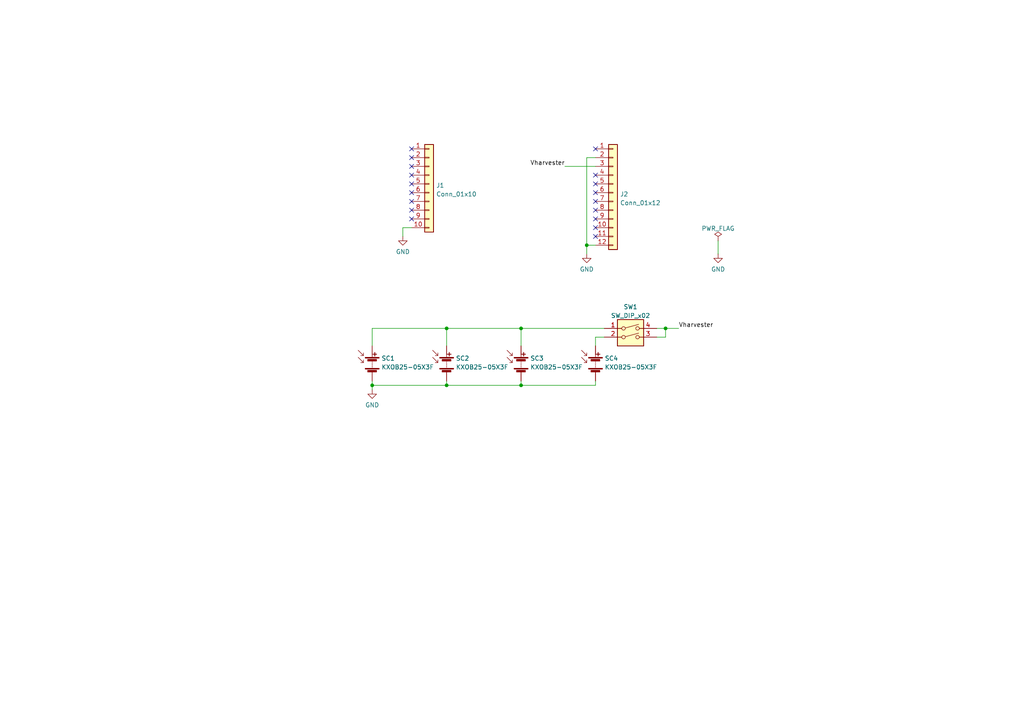
<source format=kicad_sch>
(kicad_sch (version 20231120) (generator "eeschema") (generator_version "8.0")
  (paper "A4")
  (lib_symbols
    (symbol "Connector_Generic:Conn_01x10" (pin_names (offset 1.016) hide)
      (property "Reference" "J" (at 0 12.7 0))
      (property "Value" "Conn_01x10" (at 0 -15.24 0))
      (symbol "Conn_01x10_1_1"
        (rectangle (start -1.27 -12.573) (end 0 -12.827) (stroke (width 0.1524)))
        (rectangle (start -1.27 -10.033) (end 0 -10.287) (stroke (width 0.1524)))
        (rectangle (start -1.27 -7.493) (end 0 -7.747) (stroke (width 0.1524)))
        (rectangle (start -1.27 -4.953) (end 0 -5.207) (stroke (width 0.1524)))
        (rectangle (start -1.27 -2.413) (end 0 -2.667) (stroke (width 0.1524)))
        (rectangle (start -1.27 0.127) (end 0 -0.127) (stroke (width 0.1524)))
        (rectangle (start -1.27 2.667) (end 0 2.413) (stroke (width 0.1524)))
        (rectangle (start -1.27 5.207) (end 0 4.953) (stroke (width 0.1524)))
        (rectangle (start -1.27 7.747) (end 0 7.493) (stroke (width 0.1524)))
        (rectangle (start -1.27 10.287) (end 0 10.033) (stroke (width 0.1524)))
        (rectangle (start -1.27 11.43) (end 1.27 -13.97) (stroke (width 0.254)) (fill (type background)))
        (pin passive line (at -5.08 10.16 0) (length 3.81) (name "Pin_1") (number "1"))
        (pin passive line (at -5.08 -12.7 0) (length 3.81) (name "Pin_10") (number "10"))
        (pin passive line (at -5.08 7.62 0) (length 3.81) (name "Pin_2") (number "2"))
        (pin passive line (at -5.08 5.08 0) (length 3.81) (name "Pin_3") (number "3"))
        (pin passive line (at -5.08 2.54 0) (length 3.81) (name "Pin_4") (number "4"))
        (pin passive line (at -5.08 0 0) (length 3.81) (name "Pin_5") (number "5"))
        (pin passive line (at -5.08 -2.54 0) (length 3.81) (name "Pin_6") (number "6"))
        (pin passive line (at -5.08 -5.08 0) (length 3.81) (name "Pin_7") (number "7"))
        (pin passive line (at -5.08 -7.62 0) (length 3.81) (name "Pin_8") (number "8"))
        (pin passive line (at -5.08 -10.16 0) (length 3.81) (name "Pin_9") (number "9"))
      )
    )
    (symbol "Connector_Generic:Conn_01x12" (pin_names (offset 1.016) hide)
      (property "Reference" "J" (at 0 15.24 0))
      (property "Value" "Conn_01x12" (at 0 -17.78 0))
      (symbol "Conn_01x12_1_1"
        (rectangle (start -1.27 -15.113) (end 0 -15.367) (stroke (width 0.1524)))
        (rectangle (start -1.27 -12.573) (end 0 -12.827) (stroke (width 0.1524)))
        (rectangle (start -1.27 -10.033) (end 0 -10.287) (stroke (width 0.1524)))
        (rectangle (start -1.27 -7.493) (end 0 -7.747) (stroke (width 0.1524)))
        (rectangle (start -1.27 -4.953) (end 0 -5.207) (stroke (width 0.1524)))
        (rectangle (start -1.27 -2.413) (end 0 -2.667) (stroke (width 0.1524)))
        (rectangle (start -1.27 0.127) (end 0 -0.127) (stroke (width 0.1524)))
        (rectangle (start -1.27 2.667) (end 0 2.413) (stroke (width 0.1524)))
        (rectangle (start -1.27 5.207) (end 0 4.953) (stroke (width 0.1524)))
        (rectangle (start -1.27 7.747) (end 0 7.493) (stroke (width 0.1524)))
        (rectangle (start -1.27 10.287) (end 0 10.033) (stroke (width 0.1524)))
        (rectangle (start -1.27 12.827) (end 0 12.573) (stroke (width 0.1524)))
        (rectangle (start -1.27 13.97) (end 1.27 -16.51) (stroke (width 0.254)) (fill (type background)))
        (pin passive line (at -5.08 12.7 0) (length 3.81) (name "Pin_1") (number "1"))
        (pin passive line (at -5.08 -10.16 0) (length 3.81) (name "Pin_10") (number "10"))
        (pin passive line (at -5.08 -12.7 0) (length 3.81) (name "Pin_11") (number "11"))
        (pin passive line (at -5.08 -15.24 0) (length 3.81) (name "Pin_12") (number "12"))
        (pin passive line (at -5.08 10.16 0) (length 3.81) (name "Pin_2") (number "2"))
        (pin passive line (at -5.08 7.62 0) (length 3.81) (name "Pin_3") (number "3"))
        (pin passive line (at -5.08 5.08 0) (length 3.81) (name "Pin_4") (number "4"))
        (pin passive line (at -5.08 2.54 0) (length 3.81) (name "Pin_5") (number "5"))
        (pin passive line (at -5.08 0 0) (length 3.81) (name "Pin_6") (number "6"))
        (pin passive line (at -5.08 -2.54 0) (length 3.81) (name "Pin_7") (number "7"))
        (pin passive line (at -5.08 -5.08 0) (length 3.81) (name "Pin_8") (number "8"))
        (pin passive line (at -5.08 -7.62 0) (length 3.81) (name "Pin_9") (number "9"))
      )
    )
    (symbol "Switch:SW_DIP_x02" (pin_names (offset 0) hide)
      (property "Reference" "SW" (at 0 6.35 0))
      (property "Value" "SW_DIP_x02" (at 0 -3.81 0))
      (symbol "SW_DIP_x02_0_0"
        (circle (center -2.032 0) (radius 0.508))
        (circle (center -2.032 2.54) (radius 0.508))
        (polyline (pts (xy -1.524 0.127) (xy 2.3622 1.1684)))
        (polyline (pts (xy -1.524 2.667) (xy 2.3622 3.7084)))
        (circle (center 2.032 0) (radius 0.508))
        (circle (center 2.032 2.54) (radius 0.508))
      )
      (symbol "SW_DIP_x02_0_1"
        (rectangle (start -3.81 5.08) (end 3.81 -2.54) (stroke (width 0.254)) (fill (type background)))
      )
      (symbol "SW_DIP_x02_1_1"
        (pin passive line (at -7.62 2.54 0) (length 5.08) (name "~") (number "1"))
        (pin passive line (at -7.62 0 0) (length 5.08) (name "~") (number "2"))
        (pin passive line (at 7.62 0 180) (length 5.08) (name "~") (number "3"))
        (pin passive line (at 7.62 2.54 180) (length 5.08) (name "~") (number "4"))
      )
    )
    (symbol "power:GND" (power) (pin_numbers hide) (pin_names (offset 0) hide)
      (property "Value" "GND" (at 0 -3.81 0))
      (symbol "GND_0_1"
        (polyline (pts (xy 0 0) (xy 0 -1.27) (xy 1.27 -1.27) (xy 0 -2.54) (xy -1.27 -1.27) (xy 0 -1.27)))
      )
      (symbol "GND_1_1"
        (pin power_in line (at 0 0 270) (length 0) (name "~") (number "1"))
      )
    )
    (symbol "power:PWR_FLAG" (power) (pin_numbers hide) (pin_names (offset 0) hide)
      (property "Value" "PWR_FLAG" (at 0 3.81 0))
      (symbol "PWR_FLAG_0_0"
        (pin power_out line (at 0 0 90) (length 0) (name "~") (number "1"))
      )
      (symbol "PWR_FLAG_0_1"
        (polyline (pts (xy 0 0) (xy 0 1.27) (xy -1.016 1.905) (xy 0 2.54) (xy 1.016 1.905) (xy 0 1.27)))
      )
    )
    (symbol "voltix:KXOB25-05X3F" (pin_numbers hide) (pin_names (offset 0) hide)
      (property "Reference" "SC" (at 2.54 2.54 0))
      (property "Value" "KXOB25-05X3F" (at 2.54 0 0))
      (symbol "KXOB25-05X3F_0_1"
        (rectangle (start -2.032 -1.397) (end 2.032 -1.651) (fill (type outline)))
        (rectangle (start -2.032 1.778) (end 2.032 1.524) (fill (type outline)))
        (rectangle (start -1.3208 -1.9812) (end 1.27 -2.4892) (fill (type outline)))
        (rectangle (start -1.3208 1.1938) (end 1.27 0.6858) (fill (type outline)))
        (polyline (pts (xy -2.54 0.254) (xy -4.064 1.778)))
        (polyline (pts (xy -2.54 2.286) (xy -4.064 3.81)))
        (polyline (pts (xy 0 -1.524) (xy 0 -1.27)))
        (polyline (pts (xy 0 -1.016) (xy 0 -0.762)))
        (polyline (pts (xy 0 -0.508) (xy 0 -0.254)))
        (polyline (pts (xy 0 0) (xy 0 0.254)))
        (polyline (pts (xy 0 0.508) (xy 0 0.762)))
        (polyline (pts (xy 0 1.778) (xy 0 2.54)))
        (polyline (pts (xy 0.254 2.667) (xy 1.27 2.667)) (stroke (width 0.254)))
        (polyline (pts (xy 0.762 3.175) (xy 0.762 2.159)) (stroke (width 0.254)))
        (polyline (pts (xy -2.54 1.016) (xy -2.54 0.254) (xy -3.302 0.254)))
        (polyline (pts (xy -2.54 3.048) (xy -2.54 2.286) (xy -3.302 2.286)))
      )
      (symbol "KXOB25-05X3F_1_1"
        (pin passive line (at 0 5.08 270) (length 2.54) (name "+") (number "1"))
        (pin passive line (at 0 -5.08 90) (length 2.54) (name "-") (number "2"))
      )
    )
  )
  (junction (at 107.95 111.76))
  (junction (at 151.13 95.25))
  (junction (at 170.18 71.12))
  (junction (at 129.54 111.76))
  (junction (at 193.04 95.25))
  (junction (at 151.13 111.76))
  (junction (at 129.54 95.25))
  (no_connect (at 172.72 50.8))
  (no_connect (at 172.72 55.88))
  (no_connect (at 172.72 43.18))
  (no_connect (at 172.72 53.34))
  (no_connect (at 119.38 48.26))
  (no_connect (at 172.72 68.58))
  (no_connect (at 119.38 58.42))
  (no_connect (at 119.38 60.96))
  (no_connect (at 172.72 66.04))
  (no_connect (at 172.72 60.96))
  (no_connect (at 119.38 45.72))
  (no_connect (at 172.72 63.5))
  (no_connect (at 119.38 53.34))
  (no_connect (at 119.38 43.18))
  (no_connect (at 119.38 50.8))
  (no_connect (at 119.38 63.5))
  (no_connect (at 119.38 55.88))
  (no_connect (at 172.72 58.42))
  (wire (pts (xy 172.72 100.33) (xy 172.72 97.79)))
  (wire (pts (xy 107.95 111.76) (xy 107.95 113.03)))
  (wire (pts (xy 163.83 48.26) (xy 172.72 48.26)))
  (wire (pts (xy 193.04 97.79) (xy 193.04 95.25)))
  (wire (pts (xy 170.18 73.66) (xy 170.18 71.12)))
  (wire (pts (xy 151.13 95.25) (xy 175.26 95.25)))
  (wire (pts (xy 151.13 100.33) (xy 151.13 95.25)))
  (wire (pts (xy 129.54 111.76) (xy 107.95 111.76)))
  (wire (pts (xy 151.13 111.76) (xy 129.54 111.76)))
  (wire (pts (xy 116.84 66.04) (xy 119.38 66.04)))
  (wire (pts (xy 193.04 95.25) (xy 190.5 95.25)))
  (wire (pts (xy 172.72 111.76) (xy 151.13 111.76)))
  (wire (pts (xy 129.54 100.33) (xy 129.54 95.25)))
  (wire (pts (xy 172.72 97.79) (xy 175.26 97.79)))
  (wire (pts (xy 116.84 68.58) (xy 116.84 66.04)))
  (wire (pts (xy 172.72 45.72) (xy 170.18 45.72)))
  (wire (pts (xy 190.5 97.79) (xy 193.04 97.79)))
  (wire (pts (xy 129.54 110.49) (xy 129.54 111.76)))
  (wire (pts (xy 193.04 95.25) (xy 196.85 95.25)))
  (wire (pts (xy 107.95 100.33) (xy 107.95 95.25)))
  (wire (pts (xy 172.72 110.49) (xy 172.72 111.76)))
  (wire (pts (xy 151.13 110.49) (xy 151.13 111.76)))
  (wire (pts (xy 208.28 69.85) (xy 208.28 73.66)))
  (wire (pts (xy 129.54 95.25) (xy 151.13 95.25)))
  (wire (pts (xy 107.95 110.49) (xy 107.95 111.76)))
  (wire (pts (xy 170.18 45.72) (xy 170.18 71.12)))
  (wire (pts (xy 107.95 95.25) (xy 129.54 95.25)))
  (wire (pts (xy 170.18 71.12) (xy 172.72 71.12)))
  (label "Vharvester" (at 163.83 48.26 180))
  (label "Vharvester" (at 196.85 95.25 0))
  (symbol (lib_id "voltix:KXOB25-05X3F") (at 172.72 105.41 0) (unit 1)
    (property "Reference" "SC4" (at 175.387 103.9403 0) (effects (justify left)))
    (property "Value" "KXOB25-05X3F" (at 175.387 106.4772 0) (effects (justify left)))
    (property "Footprint" "voltix:AS_KXOB25_23x08" (effects (hide yes)))
    (property "Datasheet" "https://waf-e.dubudisk.com/anysolar.dubuplus.com/techsupport@anysolar.biz/O18Ae07/DubuDisk/www/Gen3/KXOB25-05X3F%20DATA%20SHEET%20202007.pdf" (effects (hide yes)))
    (property "Description" "Multiple solar cells" (effects (hide yes)))
    (property "MPN" "KXOB25-05X3F-TR" (effects (hide yes)))
  )
  (symbol (lib_id "voltix:KXOB25-05X3F") (at 129.54 105.41 0) (unit 1)
    (property "Reference" "SC2" (at 132.207 103.9403 0) (effects (justify left)))
    (property "Value" "KXOB25-05X3F" (at 132.207 106.4772 0) (effects (justify left)))
    (property "Footprint" "voltix:AS_KXOB25_23x08" (effects (hide yes)))
    (property "Datasheet" "https://waf-e.dubudisk.com/anysolar.dubuplus.com/techsupport@anysolar.biz/O18Ae07/DubuDisk/www/Gen3/KXOB25-05X3F%20DATA%20SHEET%20202007.pdf" (effects (hide yes)))
    (property "Description" "Multiple solar cells" (effects (hide yes)))
    (property "MPN" "KXOB25-05X3F-TR" (effects (hide yes)))
  )
  (symbol (lib_id "voltix:KXOB25-05X3F") (at 107.95 105.41 0) (unit 1)
    (property "Reference" "SC1" (at 110.617 103.9403 0) (effects (justify left)))
    (property "Value" "KXOB25-05X3F" (at 110.617 106.4772 0) (effects (justify left)))
    (property "Footprint" "voltix:AS_KXOB25_23x08" (effects (hide yes)))
    (property "Datasheet" "https://waf-e.dubudisk.com/anysolar.dubuplus.com/techsupport@anysolar.biz/O18Ae07/DubuDisk/www/Gen3/KXOB25-05X3F%20DATA%20SHEET%20202007.pdf" (effects (hide yes)))
    (property "Description" "Multiple solar cells" (effects (hide yes)))
    (property "MPN" "KXOB25-05X3F-TR" (effects (hide yes)))
  )
  (symbol (lib_id "power:GND") (at 170.18 73.66 0) (unit 1)
    (property "Reference" "#PWR03" (effects (hide yes)))
    (property "Value" "GND" (at 170.18 78.1034 0))
    (property "Description" "Power symbol creates a global label with name \"GND\" , ground" (effects (hide yes)))
  )
  (symbol (lib_id "power:GND") (at 208.28 73.66 0) (unit 1)
    (property "Reference" "#PWR04" (effects (hide yes)))
    (property "Value" "GND" (at 208.28 78.1034 0))
    (property "Description" "Power symbol creates a global label with name \"GND\" , ground" (effects (hide yes)))
  )
  (symbol (lib_id "Connector_Generic:Conn_01x12") (at 177.8 55.88 0) (unit 1)
    (property "Reference" "J2" (at 179.832 56.3153 0) (effects (justify left)))
    (property "Value" "Conn_01x12" (at 179.832 58.8522 0) (effects (justify left)))
    (property "Footprint" "voltix:PinHeader_1x12_P2.54mm_Vertical" (effects (hide yes)))
    (property "Description" "Generic connector, single row, 01x12, script generated (kicad-library-utils/schlib/autogen/connector/)" (effects (hide yes)))
    (property "MPN" "PH1-12-UA" (effects (hide yes)))
  )
  (symbol (lib_id "Switch:SW_DIP_x02") (at 182.88 97.79 0) (unit 1)
    (property "Reference" "SW1" (at 182.88 89.0102 0))
    (property "Value" "SW_DIP_x02" (at 182.88 91.5471 0))
    (property "Footprint" "voltix:TE_1825058-1" (effects (hide yes)))
    (property "Description" "2x DIP Switch, Single Pole Single Throw (SPST) switch, small symbol" (effects (hide yes)))
    (property "MPN" "ADE02S04" (effects (hide yes)))
  )
  (symbol (lib_id "power:GND") (at 116.84 68.58 0) (unit 1)
    (property "Reference" "#PWR02" (effects (hide yes)))
    (property "Value" "GND" (at 116.84 73.0234 0))
    (property "Description" "Power symbol creates a global label with name \"GND\" , ground" (effects (hide yes)))
  )
  (symbol (lib_id "power:PWR_FLAG") (at 208.28 69.85 0) (unit 1)
    (property "Reference" "#FLG01" (effects (hide yes)))
    (property "Value" "PWR_FLAG" (at 208.28 66.2742 0))
    (property "Description" "Special symbol for telling ERC where power comes from" (effects (hide yes)))
  )
  (symbol (lib_id "power:GND") (at 107.95 113.03 0) (unit 1)
    (property "Reference" "#PWR01" (effects (hide yes)))
    (property "Value" "GND" (at 107.95 117.4734 0))
    (property "Description" "Power symbol creates a global label with name \"GND\" , ground" (effects (hide yes)))
  )
  (symbol (lib_id "Connector_Generic:Conn_01x10") (at 124.46 53.34 0) (unit 1)
    (property "Reference" "J1" (at 126.492 53.7753 0) (effects (justify left)))
    (property "Value" "Conn_01x10" (at 126.492 56.3122 0) (effects (justify left)))
    (property "Footprint" "voltix:PinHeader_1x10_P2.54mm_Vertical" (effects (hide yes)))
    (property "Description" "Generic connector, single row, 01x10, script generated (kicad-library-utils/schlib/autogen/connector/)" (effects (hide yes)))
    (property "MPN" "PH1-10-UA" (effects (hide yes)))
  )
  (symbol (lib_id "voltix:KXOB25-05X3F") (at 151.13 105.41 0) (unit 1)
    (property "Reference" "SC3" (at 153.797 103.9403 0) (effects (justify left)))
    (property "Value" "KXOB25-05X3F" (at 153.797 106.4772 0) (effects (justify left)))
    (property "Footprint" "voltix:AS_KXOB25_23x08" (effects (hide yes)))
    (property "Datasheet" "https://waf-e.dubudisk.com/anysolar.dubuplus.com/techsupport@anysolar.biz/O18Ae07/DubuDisk/www/Gen3/KXOB25-05X3F%20DATA%20SHEET%20202007.pdf" (effects (hide yes)))
    (property "Description" "Multiple solar cells" (effects (hide yes)))
    (property "MPN" "KXOB25-05X3F-TR" (effects (hide yes)))
  )
)
</source>
